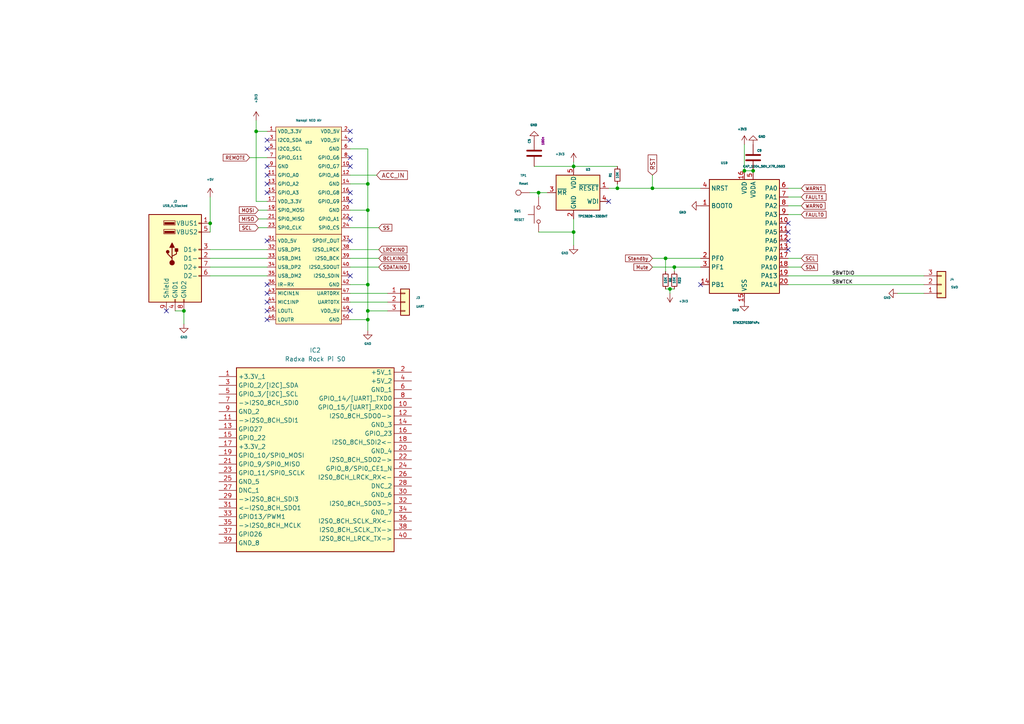
<source format=kicad_sch>
(kicad_sch (version 20231120) (generator "eeschema") (generator_version "8.0")
  (paper "A4")
  (lib_symbols
    (symbol "00-MyLib:Nanopi_NEO"
      (property "Reference" "U" (at 0 31.115 0))
      (symbol "Nanopi_NEO_0_1"
        (polyline (pts (xy -9.525 -1.905) (xy 9.525 -1.905)))
      )
      (symbol "Nanopi_NEO_1_1"
        (rectangle (start -9.525 -17.78) (end 9.525 -27.94) (fill (type background)))
        (rectangle (start -9.525 29.21) (end 9.525 -17.78) (fill (type background)))
        (pin power_in line (at -12.065 27.94 0) (length 2.54) (name "VDD_3.3V") (number "1"))
        (pin input line (at 12.065 17.78 180) (length 2.54) (name "GPIO_G7") (number "10"))
        (pin input line (at -12.065 15.24 0) (length 2.54) (name "GPIO_A0") (number "11"))
        (pin input line (at 12.065 15.24 180) (length 2.54) (name "GPIO_A6") (number "12"))
        (pin input line (at -12.065 12.7 0) (length 2.54) (name "GPIO_A2") (number "13"))
        (pin power_in line (at 12.065 12.7 180) (length 2.54) (name "GND") (number "14"))
        (pin input line (at -12.065 10.16 0) (length 2.54) (name "GPIO_A3") (number "15"))
        (pin input line (at 12.065 10.16 180) (length 2.54) (name "GPIO_G8") (number "16"))
        (pin power_in line (at -12.065 7.62 0) (length 2.54) (name "VDD_3.3V") (number "17"))
        (pin input line (at 12.065 7.62 180) (length 2.54) (name "GPIO_G9") (number "18"))
        (pin input line (at -12.065 5.08 0) (length 2.54) (name "SPI0_MOSI") (number "19"))
        (pin power_in line (at 12.065 27.94 180) (length 2.54) (name "VDD_5V") (number "2"))
        (pin power_in line (at 12.065 5.08 180) (length 2.54) (name "GND") (number "20"))
        (pin input line (at -12.065 2.54 0) (length 2.54) (name "SPI0_MISO") (number "21"))
        (pin input line (at 12.065 2.54 180) (length 2.54) (name "GPIO_A1") (number "22"))
        (pin input line (at -12.065 0 0) (length 2.54) (name "SPI0_CLK") (number "23"))
        (pin input line (at 12.065 0 180) (length 2.54) (name "SPI0_CS") (number "24"))
        (pin output line (at -12.065 25.4 0) (length 2.54) (name "I2C0_SDA") (number "3"))
        (pin power_in line (at -12.065 -3.81 0) (length 2.54) (name "VDD_5V") (number "31"))
        (pin bidirectional line (at -12.065 -6.35 0) (length 2.54) (name "USB_DP1") (number "32"))
        (pin bidirectional line (at -12.065 -8.89 0) (length 2.54) (name "USB_DM1") (number "33"))
        (pin bidirectional line (at -12.065 -11.43 0) (length 2.54) (name "USB_DP2") (number "34"))
        (pin bidirectional line (at -12.065 -13.97 0) (length 2.54) (name "USB_DM2") (number "35"))
        (pin bidirectional line (at -12.065 -16.51 0) (length 2.54) (name "IR-RX") (number "36"))
        (pin output line (at 12.065 -3.81 180) (length 2.54) (name "SPDIF_OUT") (number "37"))
        (pin output line (at 12.065 -6.35 180) (length 2.54) (name "I2S0_LRCK") (number "38"))
        (pin output line (at 12.065 -8.89 180) (length 2.54) (name "I2S0_BCK") (number "39"))
        (pin power_in line (at 12.065 25.4 180) (length 2.54) (name "VDD_5V") (number "4"))
        (pin output line (at 12.065 -11.43 180) (length 2.54) (name "I2S0_SDOUT") (number "40"))
        (pin output line (at 12.065 -13.97 180) (length 2.54) (name "I2S0_SDIN") (number "41"))
        (pin power_in line (at 12.065 -16.51 180) (length 2.54) (name "GND") (number "42"))
        (pin input line (at -12.065 -19.05 0) (length 2.54) (name "MICIN1N") (number "43"))
        (pin input line (at -12.065 -21.59 0) (length 2.54) (name "MIC1INP") (number "44"))
        (pin input line (at -12.065 -24.13 0) (length 2.54) (name "LOUTL") (number "45"))
        (pin output line (at -12.065 -26.67 0) (length 2.54) (name "LOUTR") (number "46"))
        (pin input line (at 12.065 -19.05 180) (length 2.54) (name "UART0RX") (number "47"))
        (pin output line (at 12.065 -21.59 180) (length 2.54) (name "UART0TX") (number "48"))
        (pin power_out line (at 12.065 -24.13 180) (length 2.54) (name "VDD_5V") (number "49"))
        (pin output line (at -12.065 22.86 0) (length 2.54) (name "I2C0_SCL") (number "5"))
        (pin power_out line (at 12.065 -26.67 180) (length 2.54) (name "GND") (number "50"))
        (pin power_in line (at 12.065 22.86 180) (length 2.54) (name "GND") (number "6"))
        (pin output line (at -12.065 20.32 0) (length 2.54) (name "GPIO_G11") (number "7"))
        (pin input line (at 12.065 20.32 180) (length 2.54) (name "GPIO_G6") (number "8"))
        (pin power_in line (at -12.065 17.78 0) (length 2.54) (name "GND") (number "9"))
      )
    )
    (symbol "00-MyLib:Radxa_Rock_Pi_S0"
      (property "Reference" "IC" (at 31.496 4.826 0))
      (property "Value" "Radxa Rock Pi S0" (at 24.384 7.62 0))
      (symbol "Radxa_Rock_Pi_S0_1_1"
        (rectangle (start 5.08 2.54) (end 50.8 -50.8) (stroke (width 0.254)) (fill (type background)))
        (pin passive line (at 0 0 0) (length 5.08) (name "+3.3V_1") (number "1"))
        (pin passive line (at 55.88 -8.89 180) (length 5.08) (name "GPIO_15/[UART]_RXD0") (number "10"))
        (pin input line (at 0 -12.7 0) (length 5.08) (name "->I2S0_8CH_SDI1") (number "11"))
        (pin passive line (at 55.88 -11.43 180) (length 5.08) (name "I2S0_8CH_SDO0->") (number "12"))
        (pin passive line (at 0 -15.24 0) (length 5.08) (name "GPIO27") (number "13"))
        (pin passive line (at 55.88 -13.97 180) (length 5.08) (name "GND_3") (number "14"))
        (pin passive line (at 0 -17.78 0) (length 5.08) (name "GPIO_22") (number "15"))
        (pin passive line (at 55.88 -16.51 180) (length 5.08) (name "GPIO_23") (number "16"))
        (pin passive line (at 0 -20.32 0) (length 5.08) (name "+3.3V_2") (number "17"))
        (pin passive line (at 55.88 -19.05 180) (length 5.08) (name "I2S0_8CH_SDI2<-") (number "18"))
        (pin passive line (at 0 -22.86 0) (length 5.08) (name "GPIO_10/SPI0_MOSI") (number "19"))
        (pin passive line (at 55.88 1.27 180) (length 5.08) (name "+5V_1") (number "2"))
        (pin passive line (at 55.88 -21.59 180) (length 5.08) (name "GND_4") (number "20"))
        (pin passive line (at 0 -25.4 0) (length 5.08) (name "GPIO_9/SPI0_MISO") (number "21"))
        (pin passive line (at 55.88 -24.13 180) (length 5.08) (name "I2S0_8CH_SDO2->") (number "22"))
        (pin passive line (at 0 -27.94 0) (length 5.08) (name "GPIO_11/SPI0_SCLK") (number "23"))
        (pin passive line (at 55.88 -26.67 180) (length 5.08) (name "GPIO_8/SPI0_CE1_N") (number "24"))
        (pin passive line (at 0 -30.48 0) (length 5.08) (name "GND_5") (number "25"))
        (pin passive line (at 55.88 -29.21 180) (length 5.08) (name "I2S0_8CH_LRCK_RX<-") (number "26"))
        (pin passive line (at 0 -33.02 0) (length 5.08) (name "DNC_1") (number "27"))
        (pin passive line (at 55.88 -31.75 180) (length 5.08) (name "DNC_2") (number "28"))
        (pin passive line (at 0 -35.56 0) (length 5.08) (name "->I2S0_8CH_SDI3") (number "29"))
        (pin passive line (at 0 -2.54 0) (length 5.08) (name "GPIO_2/[I2C]_SDA") (number "3"))
        (pin passive line (at 55.88 -34.29 180) (length 5.08) (name "GND_6") (number "30"))
        (pin passive line (at 0 -38.1 0) (length 5.08) (name "<-I2S0_8CH_SDO1") (number "31"))
        (pin passive line (at 55.88 -36.83 180) (length 5.08) (name "I2S0_8CH_SDO3->") (number "32"))
        (pin passive line (at 0 -40.64 0) (length 5.08) (name "GPIO13/PWM1") (number "33"))
        (pin passive line (at 55.88 -39.37 180) (length 5.08) (name "GND_7") (number "34"))
        (pin passive line (at 0 -43.18 0) (length 5.08) (name "->I2S0_8CH_MCLK") (number "35"))
        (pin passive line (at 55.88 -41.91 180) (length 5.08) (name "I2S0_8CH_SCLK_RX<-") (number "36"))
        (pin passive line (at 0 -45.72 0) (length 5.08) (name "GPIO26") (number "37"))
        (pin passive line (at 55.88 -44.45 180) (length 5.08) (name "I2S0_8CH_SCLK_TX->") (number "38"))
        (pin passive line (at 0 -48.26 0) (length 5.08) (name "GND_8") (number "39"))
        (pin passive line (at 55.88 -1.27 180) (length 5.08) (name "+5V_2") (number "4"))
        (pin passive line (at 55.88 -46.99 180) (length 5.08) (name "I2S0_8CH_LRCK_TX->") (number "40"))
        (pin passive line (at 0 -5.08 0) (length 5.08) (name "GPIO_3/[I2C]_SCL") (number "5"))
        (pin passive line (at 55.88 -3.81 180) (length 5.08) (name "GND_1") (number "6"))
        (pin input line (at 0 -7.62 0) (length 5.08) (name "->I2S0_8CH_SDI0") (number "7"))
        (pin passive line (at 55.88 -6.35 180) (length 5.08) (name "GPIO_14/[UART]_TXD0") (number "8"))
        (pin passive line (at 0 -10.16 0) (length 5.08) (name "GND_2") (number "9"))
      )
    )
    (symbol "AMPP_1466_V0-rescue:+3.3V-power" (power) (pin_names (offset 0))
      (property "Value" "+3.3V-power" (at 0 3.556 0))
      (symbol "+3.3V-power_0_1"
        (polyline (pts (xy -0.762 1.27) (xy 0 2.54)))
        (polyline (pts (xy 0 0) (xy 0 2.54)))
        (polyline (pts (xy 0 2.54) (xy 0.762 1.27)))
      )
      (symbol "+3.3V-power_1_1"
        (pin power_in line (at 0 0 90) (length 0) hide (name "+3V3") (number "1"))
      )
    )
    (symbol "AMPP_1466_V0-rescue:+5V-power" (power) (pin_names (offset 0))
      (property "Value" "+5V-power" (at 0 3.556 0))
      (symbol "+5V-power_0_1"
        (polyline (pts (xy -0.762 1.27) (xy 0 2.54)))
        (polyline (pts (xy 0 0) (xy 0 2.54)))
        (polyline (pts (xy 0 2.54) (xy 0.762 1.27)))
      )
      (symbol "+5V-power_1_1"
        (pin power_in line (at 0 0 90) (length 0) hide (name "+5V") (number "1"))
      )
    )
    (symbol "AMPP_1466_V0-rescue:C-Device" (pin_numbers hide) (pin_names (offset 0.254))
      (property "Reference" "C" (at 0.635 2.54 0))
      (property "Value" "C-Device" (at 0.635 -2.54 0))
      (symbol "C-Device_0_1"
        (polyline (pts (xy -2.032 -0.762) (xy 2.032 -0.762)) (stroke (width 0.508)))
        (polyline (pts (xy -2.032 0.762) (xy 2.032 0.762)) (stroke (width 0.508)))
      )
      (symbol "C-Device_1_1"
        (pin passive line (at 0 3.81 270) (length 2.794) (name "~") (number "1"))
        (pin passive line (at 0 -3.81 90) (length 2.794) (name "~") (number "2"))
      )
    )
    (symbol "AMPP_1466_V0-rescue:GND-power" (power) (pin_names (offset 0))
      (property "Value" "GND-power" (at 0 -3.81 0))
      (symbol "GND-power_0_1"
        (polyline (pts (xy 0 0) (xy 0 -1.27) (xy 1.27 -1.27) (xy 0 -2.54) (xy -1.27 -1.27) (xy 0 -1.27)))
      )
      (symbol "GND-power_1_1"
        (pin power_in line (at 0 0 270) (length 0) hide (name "GND") (number "1"))
      )
    )
    (symbol "AMPP_1466_V0-rescue:R_Small-my" (pin_numbers hide) (pin_names (offset 0.254) hide)
      (property "Reference" "R" (at -1.016 0 0))
      (property "Value" "R_Small-my" (at 0.889 0 0))
      (symbol "R_Small-my_0_1"
        (rectangle (start -0.762 1.778) (end 0.762 -1.778) (stroke (width 0.2032)))
      )
      (symbol "R_Small-my_1_1"
        (pin passive line (at 0 2.54 270) (length 0.762) (name "~") (number "1"))
        (pin passive line (at 0 -2.54 90) (length 0.762) (name "~") (number "2"))
      )
    )
    (symbol "AMPP_1466_V0-rescue:STM32F030F4Px-MCU_ST_STM32F0"
      (property "Reference" "U" (at -10.16 16.51 0))
      (property "Value" "STM32F030F4Px-MCU_ST_STM32F0" (at 5.08 16.51 0))
      (symbol "STM32F030F4Px-MCU_ST_STM32F0_0_1"
        (rectangle (start -10.16 -17.78) (end 10.16 15.24) (stroke (width 0.254)) (fill (type background)))
      )
      (symbol "STM32F030F4Px-MCU_ST_STM32F0_1_1"
        (pin input line (at -12.7 7.62 0) (length 2.54) (name "BOOT0") (number "1"))
        (pin bidirectional line (at 12.7 2.54 180) (length 2.54) (name "PA4") (number "10"))
        (pin bidirectional line (at 12.7 0 180) (length 2.54) (name "PA5") (number "11"))
        (pin bidirectional line (at 12.7 -2.54 180) (length 2.54) (name "PA6") (number "12"))
        (pin bidirectional line (at 12.7 -5.08 180) (length 2.54) (name "PA7") (number "13"))
        (pin bidirectional line (at -12.7 -15.24 0) (length 2.54) (name "PB1") (number "14"))
        (pin power_in line (at 0 -20.32 90) (length 2.54) (name "VSS") (number "15"))
        (pin power_in line (at 0 17.78 270) (length 2.54) (name "VDD") (number "16"))
        (pin bidirectional line (at 12.7 -7.62 180) (length 2.54) (name "PA9") (number "17"))
        (pin bidirectional line (at 12.7 -10.16 180) (length 2.54) (name "PA10") (number "18"))
        (pin bidirectional line (at 12.7 -12.7 180) (length 2.54) (name "PA13") (number "19"))
        (pin input line (at -12.7 -7.62 0) (length 2.54) (name "PF0") (number "2"))
        (pin bidirectional line (at 12.7 -15.24 180) (length 2.54) (name "PA14") (number "20"))
        (pin input line (at -12.7 -10.16 0) (length 2.54) (name "PF1") (number "3"))
        (pin input line (at -12.7 12.7 0) (length 2.54) (name "NRST") (number "4"))
        (pin power_in line (at 2.54 17.78 270) (length 2.54) (name "VDDA") (number "5"))
        (pin bidirectional line (at 12.7 12.7 180) (length 2.54) (name "PA0") (number "6"))
        (pin bidirectional line (at 12.7 10.16 180) (length 2.54) (name "PA1") (number "7"))
        (pin bidirectional line (at 12.7 7.62 180) (length 2.54) (name "PA2") (number "8"))
        (pin bidirectional line (at 12.7 5.08 180) (length 2.54) (name "PA3") (number "9"))
      )
    )
    (symbol "AMPP_1466_V0-rescue:TPS3828-my" (pin_names (offset 0.254))
      (property "Reference" "U10" (at 4.191 6.731 0))
      (property "Value" "TPS3828-33DBVT" (at 0.635 -13.208 0))
      (symbol "TPS3828-my_0_1"
        (rectangle (start -5.08 5.08) (end 7.62 -5.08) (stroke (width 0.254)) (fill (type background)))
      )
      (symbol "TPS3828-my_1_1"
        (pin output line (at 10.16 1.27 180) (length 2.54) (name "~{RESET}") (number "1"))
        (pin power_in line (at 0 -7.62 90) (length 2.54) (name "GND") (number "2"))
        (pin input line (at -7.62 0 0) (length 2.54) (name "~{MR}") (number "3"))
        (pin input line (at 10.16 -2.54 180) (length 2.54) (name "WDI") (number "4"))
        (pin power_in line (at 0 7.62 270) (length 2.54) (name "VDD") (number "5"))
      )
    )
    (symbol "AMPP_1466_V0-rescue:TestPoint-Connector" (pin_numbers hide) (pin_names (offset 0.762) hide)
      (property "Reference" "TP" (at 0 6.858 0))
      (property "Value" "TestPoint-Connector" (at 0 5.08 0))
      (symbol "TestPoint-Connector_0_1"
        (circle (center 0 3.302) (radius 0.762))
      )
      (symbol "TestPoint-Connector_1_1"
        (pin passive line (at 0 0 90) (length 2.54) (name "1") (number "1"))
      )
    )
    (symbol "Connector:USB_A_Stacked" (pin_names (offset 1.016))
      (property "Reference" "J" (at 0 15.875 0))
      (property "Value" "USB_A_Stacked" (at 0 13.97 0))
      (symbol "USB_A_Stacked_0_1"
        (rectangle (start -7.62 12.7) (end 7.62 -12.7) (stroke (width 0.254)) (fill (type background)))
        (circle (center -2.159 1.905) (radius 0.381) (stroke (width 0.254)) (fill (type outline)))
        (circle (center -0.889 -1.27) (radius 0.635) (stroke (width 0.254)) (fill (type outline)))
        (rectangle (start -0.254 7.366) (end -3.048 7.874) (fill (type outline)))
        (rectangle (start -0.254 9.906) (end -3.048 10.414) (fill (type outline)))
        (rectangle (start -0.127 -12.7) (end 0.127 -11.938))
        (polyline (pts (xy -1.524 3.175) (xy -0.254 3.175) (xy -0.889 4.445) (xy -1.524 3.175)) (stroke (width 0.254)) (fill (type outline)))
        (polyline (pts (xy -0.889 -0.635) (xy -0.889 0) (xy -2.159 1.27) (xy -2.159 1.905)) (stroke (width 0.254)))
        (polyline (pts (xy -0.889 0) (xy -0.889 0.635) (xy 0.381 1.27) (xy 0.381 2.54)) (stroke (width 0.254)))
        (rectangle (start 0 2.794) (end 0.762 2.032) (stroke (width 0.254)) (fill (type outline)))
        (rectangle (start 0 7.112) (end -3.302 8.382))
        (rectangle (start 0 9.652) (end -3.302 10.922))
        (rectangle (start 2.413 -12.7) (end 2.667 -11.938))
        (rectangle (start 7.62 -5.207) (end 6.858 -4.953))
        (rectangle (start 7.62 -2.667) (end 6.858 -2.413))
        (rectangle (start 7.62 -0.127) (end 6.858 0.127))
        (rectangle (start 7.62 2.413) (end 6.858 2.667))
        (rectangle (start 7.62 7.493) (end 6.858 7.747))
        (rectangle (start 7.62 10.033) (end 6.858 10.287))
      )
      (symbol "USB_A_Stacked_1_1"
        (polyline (pts (xy -0.889 0.635) (xy -0.889 3.175)) (stroke (width 0.254)))
        (pin power_in line (at 10.16 10.16 180) (length 2.54) (name "VBUS1") (number "1"))
        (pin bidirectional line (at 10.16 0 180) (length 2.54) (name "D1-") (number "2"))
        (pin bidirectional line (at 10.16 2.54 180) (length 2.54) (name "D1+") (number "3"))
        (pin power_in line (at 0 -15.24 90) (length 2.54) (name "GND1") (number "4"))
        (pin power_in line (at 10.16 7.62 180) (length 2.54) (name "VBUS2") (number "5"))
        (pin bidirectional line (at 10.16 -5.08 180) (length 2.54) (name "D2-") (number "6"))
        (pin bidirectional line (at 10.16 -2.54 180) (length 2.54) (name "D2+") (number "7"))
        (pin power_in line (at 2.54 -15.24 90) (length 2.54) (name "GND2") (number "8"))
        (pin passive line (at -2.54 -15.24 90) (length 2.54) (name "Shield") (number "9"))
      )
    )
    (symbol "Connector_Generic:Conn_01x03" (pin_names (offset 1.016) hide)
      (property "Reference" "J" (at 0 5.08 0))
      (property "Value" "Conn_01x03" (at 0 -5.08 0))
      (symbol "Conn_01x03_1_1"
        (rectangle (start -1.27 -2.413) (end 0 -2.667) (stroke (width 0.1524)))
        (rectangle (start -1.27 0.127) (end 0 -0.127) (stroke (width 0.1524)))
        (rectangle (start -1.27 2.667) (end 0 2.413) (stroke (width 0.1524)))
        (rectangle (start -1.27 3.81) (end 1.27 -3.81) (stroke (width 0.254)) (fill (type background)))
        (pin passive line (at -5.08 2.54 0) (length 3.81) (name "Pin_1") (number "1"))
        (pin passive line (at -5.08 0 0) (length 3.81) (name "Pin_2") (number "2"))
        (pin passive line (at -5.08 -2.54 0) (length 3.81) (name "Pin_3") (number "3"))
      )
    )
    (symbol "RDC4-0027v1-rescue:CAP_100n_50V_X7R_0805-rk-infinitas-rescue-SigmaDSP-ADAU1452-rescue-SigmaDSP-ADAU1452-rescue-SigmaDSP-ADAU1452-rescue" (pin_numbers hide) (pin_names (offset 0.254))
      (property "Reference" "C" (at 1.27 1.27 0))
      (property "Value1" "100n" (at 1.27 -1.27 0))
      (symbol "CAP_100n_50V_X7R_0805-rk-infinitas-rescue-SigmaDSP-ADAU1452-rescue-SigmaDSP-ADAU1452-rescue-SigmaDSP-ADAU1452-rescue_0_1"
        (polyline (pts (xy -0.762 -2.032) (xy -0.762 2.032)) (stroke (width 0.508)))
        (polyline (pts (xy 0.762 -2.032) (xy 0.762 2.032)) (stroke (width 0.508)))
      )
      (symbol "CAP_100n_50V_X7R_0805-rk-infinitas-rescue-SigmaDSP-ADAU1452-rescue-SigmaDSP-ADAU1452-rescue-SigmaDSP-ADAU1452-rescue_1_1"
        (pin passive line (at -3.81 0 0) (length 2.794) (name "~") (number "1"))
        (pin passive line (at 3.81 0 180) (length 2.794) (name "~") (number "2"))
      )
    )
    (symbol "Switch:SW_Push" (pin_numbers hide) (pin_names (offset 1.016) hide)
      (property "Reference" "SW" (at 1.27 2.54 0))
      (property "Value" "SW_Push" (at 0 -1.524 0))
      (symbol "SW_Push_0_1"
        (circle (center -2.032 0) (radius 0.508))
        (polyline (pts (xy 0 1.27) (xy 0 3.048)))
        (polyline (pts (xy 2.54 1.27) (xy -2.54 1.27)))
        (circle (center 2.032 0) (radius 0.508))
        (pin passive line (at -5.08 0 0) (length 2.54) (name "1") (number "1"))
        (pin passive line (at 5.08 0 180) (length 2.54) (name "2") (number "2"))
      )
    )
  )
  (junction (at 106.68 92.71))
  (junction (at 106.68 82.55))
  (junction (at 218.44 49.53))
  (junction (at 106.68 90.17))
  (junction (at 53.34 90.17))
  (junction (at 194.31 83.82))
  (junction (at 106.68 53.34))
  (junction (at 166.37 48.26))
  (junction (at 74.295 38.1))
  (junction (at 166.37 67.31))
  (junction (at 179.07 54.61))
  (junction (at 106.68 60.96))
  (junction (at 195.58 77.47))
  (junction (at 215.9 49.53))
  (junction (at 60.96 64.77))
  (junction (at 156.21 55.88))
  (junction (at 189.23 54.61))
  (junction (at 193.04 74.93))
  (no_connect (at 101.6 90.17))
  (no_connect (at 101.6 45.72))
  (no_connect (at 77.47 55.88))
  (no_connect (at 77.47 43.18))
  (no_connect (at 101.6 55.88))
  (no_connect (at 101.6 40.64))
  (no_connect (at 101.6 80.01))
  (no_connect (at 101.6 69.85))
  (no_connect (at 77.47 40.64))
  (no_connect (at 176.53 58.42))
  (no_connect (at 77.47 48.26))
  (no_connect (at 228.6 69.85))
  (no_connect (at 203.2 82.55))
  (no_connect (at 228.6 64.77))
  (no_connect (at 77.47 82.55))
  (no_connect (at 77.47 69.85))
  (no_connect (at 101.6 63.5))
  (no_connect (at 77.47 92.71))
  (no_connect (at 101.6 48.26))
  (no_connect (at 77.47 85.09))
  (no_connect (at 48.26 90.17))
  (no_connect (at 77.47 87.63))
  (no_connect (at 228.6 72.39))
  (no_connect (at 101.6 58.42))
  (no_connect (at 77.47 50.8))
  (no_connect (at 77.47 53.34))
  (no_connect (at 101.6 38.1))
  (no_connect (at 77.47 90.17))
  (no_connect (at 228.6 67.31))
  (wire (pts (xy 101.6 50.8) (xy 109.22 50.8)))
  (wire (pts (xy 203.2 77.47) (xy 195.58 77.47)))
  (wire (pts (xy 74.295 38.1) (xy 74.295 34.925)))
  (wire (pts (xy 228.6 54.61) (xy 232.41 54.61)))
  (wire (pts (xy 228.6 59.69) (xy 232.41 59.69)))
  (wire (pts (xy 101.6 92.71) (xy 106.68 92.71)))
  (wire (pts (xy 228.6 82.55) (xy 267.97 82.55)))
  (wire (pts (xy 53.34 90.17) (xy 53.34 93.98)))
  (wire (pts (xy 60.96 80.01) (xy 77.47 80.01)))
  (wire (pts (xy 260.35 85.09) (xy 267.97 85.09)))
  (wire (pts (xy 106.68 92.71) (xy 106.68 95.885)))
  (wire (pts (xy 106.68 43.18) (xy 106.68 53.34)))
  (wire (pts (xy 101.6 60.96) (xy 106.68 60.96)))
  (wire (pts (xy 101.6 87.63) (xy 112.395 87.63)))
  (wire (pts (xy 228.6 80.01) (xy 267.97 80.01)))
  (wire (pts (xy 72.39 45.72) (xy 77.47 45.72)))
  (wire (pts (xy 74.93 63.5) (xy 77.47 63.5)))
  (wire (pts (xy 179.07 48.26) (xy 166.37 48.26)))
  (wire (pts (xy 195.58 78.74) (xy 195.58 77.47)))
  (wire (pts (xy 153.67 55.88) (xy 156.21 55.88)))
  (wire (pts (xy 101.6 85.09) (xy 112.395 85.09)))
  (wire (pts (xy 203.2 74.93) (xy 193.04 74.93)))
  (wire (pts (xy 74.93 66.04) (xy 77.47 66.04)))
  (wire (pts (xy 101.6 53.34) (xy 106.68 53.34)))
  (wire (pts (xy 74.93 60.96) (xy 77.47 60.96)))
  (wire (pts (xy 74.295 38.1) (xy 77.47 38.1)))
  (wire (pts (xy 60.96 72.39) (xy 77.47 72.39)))
  (wire (pts (xy 166.37 46.99) (xy 166.37 48.26)))
  (wire (pts (xy 106.68 82.55) (xy 106.68 90.17)))
  (wire (pts (xy 60.96 57.15) (xy 60.96 64.77)))
  (wire (pts (xy 101.6 66.04) (xy 109.855 66.04)))
  (wire (pts (xy 106.68 53.34) (xy 106.68 60.96)))
  (wire (pts (xy 189.23 54.61) (xy 203.2 54.61)))
  (wire (pts (xy 60.96 77.47) (xy 77.47 77.47)))
  (wire (pts (xy 101.6 74.93) (xy 109.855 74.93)))
  (wire (pts (xy 60.96 74.93) (xy 77.47 74.93)))
  (wire (pts (xy 106.68 90.17) (xy 106.68 92.71)))
  (wire (pts (xy 106.68 90.17) (xy 112.395 90.17)))
  (wire (pts (xy 195.58 77.47) (xy 189.23 77.47)))
  (wire (pts (xy 166.37 48.26) (xy 154.94 48.26)))
  (wire (pts (xy 156.21 67.31) (xy 166.37 67.31)))
  (wire (pts (xy 60.96 64.77) (xy 60.96 67.31)))
  (wire (pts (xy 101.6 43.18) (xy 106.68 43.18)))
  (wire (pts (xy 50.8 90.17) (xy 53.34 90.17)))
  (wire (pts (xy 215.9 49.53) (xy 215.9 41.91)))
  (wire (pts (xy 176.53 54.61) (xy 179.07 54.61)))
  (wire (pts (xy 228.6 74.93) (xy 232.41 74.93)))
  (wire (pts (xy 195.58 83.82) (xy 194.31 83.82)))
  (wire (pts (xy 74.295 58.42) (xy 74.295 38.1)))
  (wire (pts (xy 228.6 62.23) (xy 232.41 62.23)))
  (wire (pts (xy 166.37 67.31) (xy 166.37 71.12)))
  (wire (pts (xy 228.6 77.47) (xy 232.41 77.47)))
  (wire (pts (xy 101.6 82.55) (xy 106.68 82.55)))
  (wire (pts (xy 156.21 55.88) (xy 158.75 55.88)))
  (wire (pts (xy 194.31 83.82) (xy 193.04 83.82)))
  (wire (pts (xy 193.04 78.74) (xy 193.04 74.93)))
  (wire (pts (xy 101.6 77.47) (xy 109.855 77.47)))
  (wire (pts (xy 218.44 49.53) (xy 215.9 49.53)))
  (wire (pts (xy 194.31 85.09) (xy 194.31 83.82)))
  (wire (pts (xy 179.07 54.61) (xy 189.23 54.61)))
  (wire (pts (xy 189.23 50.8) (xy 189.23 54.61)))
  (wire (pts (xy 77.47 58.42) (xy 74.295 58.42)))
  (wire (pts (xy 193.04 74.93) (xy 189.23 74.93)))
  (wire (pts (xy 101.6 72.39) (xy 109.855 72.39)))
  (wire (pts (xy 156.21 55.88) (xy 156.21 57.15)))
  (wire (pts (xy 179.07 53.34) (xy 179.07 54.61)))
  (wire (pts (xy 106.68 60.96) (xy 106.68 82.55)))
  (wire (pts (xy 166.37 63.5) (xy 166.37 67.31)))
  (wire (pts (xy 228.6 57.15) (xy 232.41 57.15)))
  (label "SBWTDIO" (at 241.3 80.01 0) (effects (font (size 1 1))))
  (label "SBWTCK" (at 241.3 82.55 0) (effects (font (size 1 1))))
  (global_label "Mute" (shape input) (at 189.23 77.47 180) (effects (font (size 1 1))) (property "Intersheetrefs" "${INTERSHEET_REFS}" (effects (hide yes))))
  (global_label "LRCKIN0" (shape input) (at 109.855 72.39 0) (effects (font (size 1 1))) (property "Intersheetrefs" "${INTERSHEET_REFS}" (effects (hide yes))))
  (global_label "MOSI" (shape input) (at 74.93 60.96 180) (effects (font (size 1 1))) (property "Intersheetrefs" "${INTERSHEET_REFS}" (effects (hide yes))))
  (global_label "FAULT0" (shape input) (at 232.41 62.23 0) (effects (font (size 1 1))) (property "Intersheetrefs" "${INTERSHEET_REFS}" (effects (hide yes))))
  (global_label "SCL " (shape input) (at 74.93 66.04 180) (effects (font (size 1 1))) (property "Intersheetrefs" "${INTERSHEET_REFS}" (effects (hide yes))))
  (global_label "RST" (shape input) (at 189.23 50.8 90) (property "Intersheetrefs" "${INTERSHEET_REFS}" (effects (hide yes))))
  (global_label "WARN1" (shape input) (at 232.41 54.61 0) (effects (font (size 1 1))) (property "Intersheetrefs" "${INTERSHEET_REFS}" (effects (hide yes))))
  (global_label "FAULT1" (shape input) (at 232.41 57.15 0) (effects (font (size 1 1))) (property "Intersheetrefs" "${INTERSHEET_REFS}" (effects (hide yes))))
  (global_label "SS" (shape input) (at 109.855 66.04 0) (effects (font (size 1 1))) (property "Intersheetrefs" "${INTERSHEET_REFS}" (effects (hide yes))))
  (global_label "Standby" (shape input) (at 189.23 74.93 180) (effects (font (size 1 1))) (property "Intersheetrefs" "${INTERSHEET_REFS}" (effects (hide yes))))
  (global_label "SDA" (shape input) (at 232.41 77.47 0) (effects (font (size 1 1))) (property "Intersheetrefs" "${INTERSHEET_REFS}" (effects (hide yes))))
  (global_label "WARN0" (shape input) (at 232.41 59.69 0) (effects (font (size 1 1))) (property "Intersheetrefs" "${INTERSHEET_REFS}" (effects (hide yes))))
  (global_label "SDATAIN0" (shape input) (at 109.855 77.47 0) (effects (font (size 1 1))) (property "Intersheetrefs" "${INTERSHEET_REFS}" (effects (hide yes))))
  (global_label "MISO" (shape input) (at 74.93 63.5 180) (effects (font (size 1 1))) (property "Intersheetrefs" "${INTERSHEET_REFS}" (effects (hide yes))))
  (global_label "BCLKIN0" (shape input) (at 109.855 74.93 0) (effects (font (size 1 1))) (property "Intersheetrefs" "${INTERSHEET_REFS}" (effects (hide yes))))
  (global_label "SCL" (shape input) (at 232.41 74.93 0) (effects (font (size 1 1))) (property "Intersheetrefs" "${INTERSHEET_REFS}" (effects (hide yes))))
  (global_label "REMOTE" (shape input) (at 72.39 45.72 180) (effects (font (size 1 1))) (property "Intersheetrefs" "${INTERSHEET_REFS}" (effects (hide yes))))
  (global_label "ACC_IN" (shape input) (at 109.22 50.8 0) (property "Intersheetrefs" "${INTERSHEET_REFS}" (effects (hide yes))))
  (symbol (lib_id "Connector_Generic:Conn_01x03") (at 117.475 87.63 0) (unit 1)
    (property "Reference" "J3" (at 120.65 86.36 0) (effects (font (size 0.63 0.63)) (justify left)))
    (property "Value" "UART" (at 120.65 88.9 0) (effects (font (size 0.635 0.635)) (justify left)))
    (property "Footprint" "Connector_PinHeader_2.54mm:PinHeader_1x03_P2.54mm_Vertical" (effects (hide yes)))
  )
  (symbol (lib_id "AMPP_1466_V0-rescue:GND-power") (at 53.34 93.98 0) (unit 1)
    (property "Reference" "#PWR022" (effects (hide yes)))
    (property "Value" "GND" (at 53.34 97.79 0) (effects (font (size 0.635 0.635))))
  )
  (symbol (lib_id "AMPP_1466_V0-rescue:GND-power") (at 218.44 41.91 180) (unit 1)
    (property "Reference" "#PWR032" (effects (hide yes)))
    (property "Value" "GND" (at 219.964 39.624 0) (effects (font (size 0.635 0.635)) (justify right)))
  )
  (symbol (lib_id "AMPP_1466_V0-rescue:STM32F030F4Px-MCU_ST_STM32F0") (at 215.9 67.31 0) (unit 1)
    (property "Reference" "U10" (at 210.058 47.244 0) (effects (font (size 0.63 0.63))))
    (property "Value" "STM32F030F4Px" (at 216.408 93.599 0) (effects (font (size 0.635 0.635))))
    (property "Footprint" "Package_SO:TSSOP-20_4.4x6.5mm_P0.65mm" (effects (hide yes)))
    (property "Datasheet" "http://www.st.com/st-web-ui/static/active/en/resource/technical/document/datasheet/DM00088500.pdf" (effects (hide yes)))
  )
  (symbol (lib_id "AMPP_1466_V0-rescue:TestPoint-Connector") (at 153.67 55.88 90) (unit 1)
    (property "Reference" "TP1" (at 151.8412 50.927 90) (effects (font (size 0.63 0.63))))
    (property "Value" "Reset" (at 151.8412 53.2384 90) (effects (font (size 0.635 0.635))))
    (property "Footprint" "TestPoint:TestPoint_Pad_D1.5mm" (effects (hide yes)))
  )
  (symbol (lib_id "AMPP_1466_V0-rescue:GND-power") (at 203.2 59.69 270) (unit 1)
    (property "Reference" "#PWR029" (effects (hide yes)))
    (property "Value" "GND" (at 199.009 61.595 90) (effects (font (size 0.635 0.635)) (justify right)))
  )
  (symbol (lib_id "AMPP_1466_V0-rescue:+3.3V-power") (at 194.31 85.09 180) (unit 1)
    (property "Reference" "#PWR028" (effects (hide yes)))
    (property "Value" "+3V3" (at 198.247 87.376 0) (effects (font (size 0.635 0.635))))
  )
  (symbol (lib_id "AMPP_1466_V0-rescue:+3.3V-power") (at 74.295 34.925 0) (unit 1)
    (property "Reference" "#PWR02" (effects (hide yes)))
    (property "Value" "+3V3" (at 74.295 28.575 90) (effects (font (size 0.635 0.635))))
  )
  (symbol (lib_id "AMPP_1466_V0-rescue:+3.3V-power") (at 166.37 46.99 0) (unit 1)
    (property "Reference" "#PWR026" (effects (hide yes)))
    (property "Value" "+3V3" (at 162.433 44.704 0) (effects (font (size 0.635 0.635))))
  )
  (symbol (lib_id "AMPP_1466_V0-rescue:GND-power") (at 154.94 40.64 180) (unit 1)
    (property "Reference" "#PWR024" (effects (hide yes)))
    (property "Value" "GND" (at 154.813 36.2458 0) (effects (font (size 0.635 0.635))))
  )
  (symbol (lib_id "AMPP_1466_V0-rescue:R_Small-my") (at 193.04 81.28 180) (unit 1)
    (property "Reference" "R6" (at 194.437 80.518 90) (effects (font (size 0.63 0.63)) (justify left)))
    (property "Value" "10K" (at 193.04 81.28 90) (effects (font (size 0.635 0.635))))
    (property "Footprint" "Resistor_SMD:R_0603_1608Metric" (effects (hide yes)))
    (property "MP" "CR0603-FX-1002ELF" (effects (hide yes)))
  )
  (symbol (lib_id "Switch:SW_Push") (at 156.21 62.23 90) (unit 1)
    (property "Reference" "SW1" (at 149.098 61.214 90) (effects (font (size 0.635 0.635)) (justify right)))
    (property "Value" "RESET" (at 149.098 63.754 90) (effects (font (size 0.635 0.635)) (justify right)))
    (property "Footprint" "Button_Switch_THT:SW_Tactile_SPST_Angled_PTS645Vx58-2LFS" (effects (hide yes)))
    (property "Description" "Push button switch, generic, two pins" (effects (hide yes)))
  )
  (symbol (lib_id "Connector:USB_A_Stacked") (at 50.8 74.93 0) (unit 1)
    (property "Reference" "J2" (at 50.8 58.42 0) (effects (font (size 0.63 0.63))))
    (property "Value" "USB_A_Stacked" (at 50.8 59.69 0) (effects (font (size 0.635 0.635))))
    (property "Footprint" "00-mylib:USB_A_STACKED" (effects (hide yes)))
    (property "Datasheet" " ~" (effects (hide yes)))
  )
  (symbol (lib_id "AMPP_1466_V0-rescue:GND-power") (at 260.35 85.09 270) (unit 1)
    (property "Reference" "#PWR033" (effects (hide yes)))
    (property "Value" "GND" (at 258.318 86.36 90) (effects (font (size 0.635 0.635)) (justify right)))
  )
  (symbol (lib_id "AMPP_1466_V0-rescue:GND-power") (at 215.9 87.63 0) (unit 1)
    (property "Reference" "#PWR031" (effects (hide yes)))
    (property "Value" "GND" (at 214.376 89.916 0) (effects (font (size 0.635 0.635)) (justify right)))
  )
  (symbol (lib_id "AMPP_1466_V0-rescue:+3.3V-power") (at 215.9 41.91 0) (unit 1)
    (property "Reference" "#PWR030" (effects (hide yes)))
    (property "Value" "+3V3" (at 215.265 37.465 0) (effects (font (size 0.635 0.635))))
  )
  (symbol (lib_id "AMPP_1466_V0-rescue:C-Device") (at 218.44 45.72 0) (unit 1)
    (property "Reference" "C9" (at 219.583 43.688 0) (effects (font (size 0.63 0.63)) (justify left)))
    (property "Value" "CAP_100n_50V_X7R_0603" (at 221.615 48.26 0) (effects (font (size 0.635 0.635))))
    (property "Footprint" "Capacitor_SMD:C_0603_1608Metric" (effects (hide yes)))
    (property "MP" "CL10B104JB8NNNC" (effects (hide yes)))
    (property "Value1" "100n" (effects (hide yes)))
  )
  (symbol (lib_id "AMPP_1466_V0-rescue:GND-power") (at 166.37 71.12 0) (unit 1)
    (property "Reference" "#PWR027" (effects (hide yes)))
    (property "Value" "GND" (at 164.846 73.406 0) (effects (font (size 0.635 0.635)) (justify right)))
  )
  (symbol (lib_id "AMPP_1466_V0-rescue:TPS3828-my") (at 166.37 55.88 0) (unit 1)
    (property "Reference" "U3" (at 170.561 49.149 0) (effects (font (size 0.63 0.63))))
    (property "Value" "TPS3828-33DBVT" (at 171.958 62.738 0) (effects (font (size 0.635 0.635))))
    (property "Footprint" "Package_TO_SOT_SMD:SOT-23-5" (effects (hide yes)))
    (property "MP" "TPS3828-33DBVR" (effects (hide yes)))
  )
  (symbol (lib_id "RDC4-0027v1-rescue:CAP_100n_50V_X7R_0805-rk-infinitas-rescue-SigmaDSP-ADAU1452-rescue-SigmaDSP-ADAU1452-rescue-SigmaDSP-ADAU1452-rescue") (at 154.94 44.45 270) (unit 1)
    (property "Reference" "C5" (at 153.543 40.259 0) (effects (font (size 0.63 0.63)) (justify left)))
    (property "Value" "CAP_100n_50V_X7R_0603" (effects (hide yes)))
    (property "Footprint" "Capacitor_SMD:C_0603_1608Metric" (effects (hide yes)))
    (property "Value1" "100n" (at 157.48 39.624 0) (effects (font (size 0.635 0.635)) (justify left)))
    (property "Value2" "5% 50V X7R" (effects (hide yes)))
    (property "digikey" "399-1170-1-ND" (effects (hide yes)))
    (property "MP" "CL10B104JB8NNNC" (effects (hide yes)))
  )
  (symbol (lib_id "AMPP_1466_V0-rescue:R_Small-my") (at 195.58 81.28 180) (unit 1)
    (property "Reference" "R23" (at 197.104 80.391 90) (effects (font (size 0.63 0.63)) (justify left)))
    (property "Value" "10K" (at 195.58 81.28 90) (effects (font (size 0.635 0.635))))
    (property "Footprint" "Resistor_SMD:R_0603_1608Metric" (effects (hide yes)))
    (property "MP" "CR0603-FX-1002ELF" (effects (hide yes)))
  )
  (symbol (lib_id "00-MyLib:Nanopi_NEO") (at 89.535 66.04 0) (unit 1)
    (property "Reference" "U12" (at 89.535 41.275 0) (effects (font (size 0.63 0.63))))
    (property "Value" "Nanopi NEO Air" (at 89.535 34.925 0) (effects (font (size 0.635 0.635))))
    (property "Footprint" "my:Nanopi NEO" (effects (hide yes)))
  )
  (symbol (lib_id "AMPP_1466_V0-rescue:+5V-power") (at 60.96 57.15 0) (unit 1)
    (property "Reference" "#PWR023" (effects (hide yes)))
    (property "Value" "+5V" (at 60.96 52.07 0) (effects (font (size 0.635 0.635))))
  )
  (symbol (lib_id "00-MyLib:Radxa_Rock_Pi_S0") (at 63.5 109.22 0) (unit 1)
    (property "Reference" "IC2" (at 91.44 101.6 0))
    (property "Value" "Radxa Rock Pi S0" (at 91.44 104.14 0))
    (property "Footprint" "00-mylib:RockPiS0" (effects (hide yes)))
    (property "Datasheet" "https://cdn.sparkfun.com/assets/learn_tutorials/6/7/6/PiZero_1.pdf" (effects (hide yes)))
    (property "Description" "Rock Pi S0 Single-board Computers" (effects (hide yes)))
    (property "Manufacturer_Name" "RASPBERRY-PI" (effects (hide yes)))
    (property "Manufacturer_Part_Number" "Raspberry Pi Zero W (v1.3)" (effects (hide yes)))
  )
  (symbol (lib_id "AMPP_1466_V0-rescue:GND-power") (at 106.68 95.885 0) (unit 1)
    (property "Reference" "#PWR03" (effects (hide yes)))
    (property "Value" "GND" (at 106.68 99.695 0) (effects (font (size 0.635 0.635))))
  )
  (symbol (lib_id "AMPP_1466_V0-rescue:R_Small-my") (at 179.07 50.8 0) (unit 1)
    (property "Reference" "R1" (at 177.038 51.435 90) (effects (font (size 0.63 0.63)) (justify left)))
    (property "Value" "10K" (at 179.07 50.8 90) (effects (font (size 0.635 0.635))))
    (property "Footprint" "Resistor_SMD:R_0603_1608Metric" (effects (hide yes)))
    (property "MP" "CR0603-FX-1002ELF" (effects (hide yes)))
  )
  (symbol (lib_id "Connector_Generic:Conn_01x03") (at 273.05 82.55 0) (mirror x) (unit 1)
    (property "Reference" "J4" (at 276.098 81.026 0) (effects (font (size 0.63 0.63))))
    (property "Value" "SWD" (at 276.86 83.312 0) (effects (font (size 0.635 0.635))))
    (property "Footprint" "Connector_PinHeader_2.54mm:PinHeader_1x03_P2.54mm_Vertical" (effects (hide yes)))
  )
)
</source>
